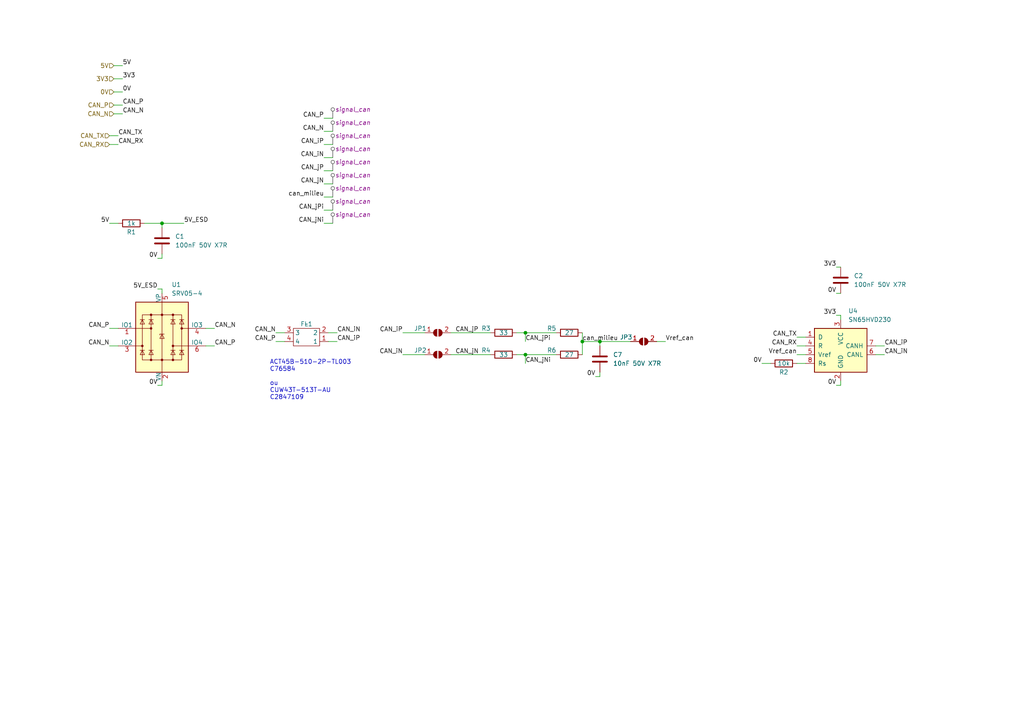
<source format=kicad_sch>
(kicad_sch (version 20231120) (generator "eeschema") (generator_version "8.0")
  (paper "A4")
  (title_block (title "Basine") (date "2024-12-14") (rev "0"))
  (lib_symbols
    (symbol "Chimere_comps:ACT45B-510-2P-TL003"
      (property "Reference" "FL" (at 0 0 0))
      (symbol "ACT45B-510-2P-TL003_0_1"
        (rectangle (start -3.81 2.54) (end 3.81 -2.54))
      )
      (symbol "ACT45B-510-2P-TL003_1_1"
        (pin passive line (at 6.35 -1.27 180) (length 2.54) (name "1") (number "1"))
        (pin passive line (at 6.35 1.27 180) (length 2.54) (name "2") (number "2"))
        (pin passive line (at -6.35 1.27 0) (length 2.54) (name "3") (number "3"))
        (pin passive line (at -6.35 -1.27 0) (length 2.54) (name "4") (number "4"))
      )
    )
    (symbol "Device:C" (pin_numbers hide) (pin_names (offset 0.254))
      (property "Reference" "C" (at 0.635 2.54 0))
      (property "Value" "C" (at 0.635 -2.54 0))
      (symbol "C_0_1"
        (polyline (pts (xy -2.032 -0.762) (xy 2.032 -0.762)) (stroke (width 0.508)))
        (polyline (pts (xy -2.032 0.762) (xy 2.032 0.762)) (stroke (width 0.508)))
      )
      (symbol "C_1_1"
        (pin passive line (at 0 3.81 270) (length 2.794) (name "~") (number "1"))
        (pin passive line (at 0 -3.81 90) (length 2.794) (name "~") (number "2"))
      )
    )
    (symbol "Device:R" (pin_numbers hide) (pin_names (offset 0))
      (property "Reference" "R" (at 2.032 0 90))
      (property "Value" "R" (at 0 0 90))
      (symbol "R_0_1"
        (rectangle (start -1.016 -2.54) (end 1.016 2.54) (stroke (width 0.254)))
      )
      (symbol "R_1_1"
        (pin passive line (at 0 3.81 270) (length 1.27) (name "~") (number "1"))
        (pin passive line (at 0 -3.81 90) (length 1.27) (name "~") (number "2"))
      )
    )
    (symbol "Interface_CAN_LIN:SN65HVD230" (pin_names (offset 1.016))
      (property "Reference" "U" (at -2.54 10.16 0))
      (property "Value" "SN65HVD230" (at -2.54 7.62 0))
      (symbol "SN65HVD230_0_1"
        (rectangle (start -7.62 5.08) (end 7.62 -7.62) (stroke (width 0.254)) (fill (type background)))
      )
      (symbol "SN65HVD230_1_1"
        (pin input line (at -10.16 2.54 0) (length 2.54) (name "D") (number "1"))
        (pin power_in line (at 0 -10.16 90) (length 2.54) (name "GND") (number "2"))
        (pin power_in line (at 0 7.62 270) (length 2.54) (name "VCC") (number "3"))
        (pin output line (at -10.16 0 0) (length 2.54) (name "R") (number "4"))
        (pin output line (at -10.16 -2.54 0) (length 2.54) (name "Vref") (number "5"))
        (pin bidirectional line (at 10.16 -2.54 180) (length 2.54) (name "CANL") (number "6"))
        (pin bidirectional line (at 10.16 0 180) (length 2.54) (name "CANH") (number "7"))
        (pin input line (at -10.16 -5.08 0) (length 2.54) (name "Rs") (number "8"))
      )
    )
    (symbol "Jumper:SolderJumper_2_Open" (pin_names (offset 0) hide)
      (property "Reference" "JP" (at 0 2.032 0))
      (property "Value" "SolderJumper_2_Open" (at 0 -2.54 0))
      (symbol "SolderJumper_2_Open_0_1"
        (arc (start -0.254 1.016) (mid -1.2656 0) (end -0.254 -1.016))
        (arc (start -0.254 1.016) (mid -1.2656 0) (end -0.254 -1.016) (fill (type outline)))
        (polyline (pts (xy -0.254 1.016) (xy -0.254 -1.016)))
        (polyline (pts (xy 0.254 1.016) (xy 0.254 -1.016)))
        (arc (start 0.254 -1.016) (mid 1.2656 0) (end 0.254 1.016))
        (arc (start 0.254 -1.016) (mid 1.2656 0) (end 0.254 1.016) (fill (type outline)))
      )
      (symbol "SolderJumper_2_Open_1_1"
        (pin passive line (at -3.81 0 0) (length 2.54) (name "A") (number "1"))
        (pin passive line (at 3.81 0 180) (length 2.54) (name "B") (number "2"))
      )
    )
    (symbol "Power_Protection:SRV05-4" (pin_names (offset 0))
      (property "Reference" "U" (at -5.08 11.43 0))
      (property "Value" "SRV05-4" (at 2.54 11.43 0))
      (symbol "SRV05-4_0_0"
        (rectangle (start -5.715 6.477) (end 5.715 -6.604))
        (polyline (pts (xy -3.175 -6.604) (xy -3.175 6.477)))
        (polyline (pts (xy 3.175 6.477) (xy 3.175 -6.604)))
      )
      (symbol "SRV05-4_0_1"
        (rectangle (start -7.62 10.16) (end 7.62 -10.16) (stroke (width 0.254)) (fill (type background)))
        (circle (center -5.715 -2.54) (radius 0.2794) (fill (type outline)))
        (circle (center -3.175 -6.604) (radius 0.2794) (fill (type outline)))
        (circle (center -3.175 2.54) (radius 0.2794) (fill (type outline)))
        (circle (center -3.175 6.477) (radius 0.2794) (fill (type outline)))
        (circle (center 0 -6.604) (radius 0.2794) (fill (type outline)))
        (polyline (pts (xy -7.747 2.54) (xy -3.175 2.54)))
        (polyline (pts (xy -7.62 -2.54) (xy -5.715 -2.54)))
        (polyline (pts (xy -5.08 -3.81) (xy -6.35 -3.81)))
        (polyline (pts (xy -5.08 5.08) (xy -6.35 5.08)))
        (polyline (pts (xy -2.54 -3.81) (xy -3.81 -3.81)))
        (polyline (pts (xy -2.54 5.08) (xy -3.81 5.08)))
        (polyline (pts (xy 0 10.16) (xy 0 -10.16)))
        (polyline (pts (xy 3.81 -3.81) (xy 2.54 -3.81)))
        (polyline (pts (xy 3.81 5.08) (xy 2.54 5.08)))
        (polyline (pts (xy 6.35 -3.81) (xy 5.08 -3.81)))
        (polyline (pts (xy 6.35 5.08) (xy 5.08 5.08)))
        (polyline (pts (xy 7.62 -2.54) (xy 3.175 -2.54)))
        (polyline (pts (xy 7.62 2.54) (xy 5.715 2.54)))
        (polyline (pts (xy 0.635 0.889) (xy -0.635 0.889) (xy -0.635 0.635)))
        (polyline (pts (xy -5.08 -5.08) (xy -6.35 -5.08) (xy -5.715 -3.81) (xy -5.08 -5.08)))
        (polyline (pts (xy -5.08 3.81) (xy -6.35 3.81) (xy -5.715 5.08) (xy -5.08 3.81)))
        (polyline (pts (xy -2.54 -5.08) (xy -3.81 -5.08) (xy -3.175 -3.81) (xy -2.54 -5.08)))
        (polyline (pts (xy -2.54 3.81) (xy -3.81 3.81) (xy -3.175 5.08) (xy -2.54 3.81)))
        (polyline (pts (xy 0.635 -0.381) (xy -0.635 -0.381) (xy 0 0.889) (xy 0.635 -0.381)))
        (polyline (pts (xy 3.81 -5.08) (xy 2.54 -5.08) (xy 3.175 -3.81) (xy 3.81 -5.08)))
        (polyline (pts (xy 3.81 3.81) (xy 2.54 3.81) (xy 3.175 5.08) (xy 3.81 3.81)))
        (polyline (pts (xy 6.35 -5.08) (xy 5.08 -5.08) (xy 5.715 -3.81) (xy 6.35 -5.08)))
        (polyline (pts (xy 6.35 3.81) (xy 5.08 3.81) (xy 5.715 5.08) (xy 6.35 3.81)))
        (circle (center 0 6.477) (radius 0.2794) (fill (type outline)))
        (circle (center 3.175 -6.604) (radius 0.2794) (fill (type outline)))
        (circle (center 3.175 -2.54) (radius 0.2794) (fill (type outline)))
        (circle (center 3.175 6.477) (radius 0.2794) (fill (type outline)))
        (circle (center 5.715 2.54) (radius 0.2794) (fill (type outline)))
      )
      (symbol "SRV05-4_1_1"
        (pin passive line (at -12.7 2.54 0) (length 5.08) (name "IO1") (number "1"))
        (pin passive line (at 0 -12.7 90) (length 2.54) (name "VN") (number "2"))
        (pin passive line (at -12.7 -2.54 0) (length 5.08) (name "IO2") (number "3"))
        (pin passive line (at 12.7 2.54 180) (length 5.08) (name "IO3") (number "4"))
        (pin passive line (at 0 12.7 270) (length 2.54) (name "VP") (number "5"))
        (pin passive line (at 12.7 -2.54 180) (length 5.08) (name "IO4") (number "6"))
      )
    )
  )
  (junction (at 168.91 99.06))
  (junction (at 152.4 96.52))
  (junction (at 46.99 64.77))
  (junction (at 173.99 99.06))
  (junction (at 152.4 102.87))
  (wire (pts (xy 82.55 99.06) (xy 80.01 99.06)))
  (wire (pts (xy 242.57 77.47) (xy 243.84 77.47)))
  (wire (pts (xy 93.98 53.34) (xy 96.52 53.34)))
  (wire (pts (xy 152.4 96.52) (xy 161.29 96.52)))
  (wire (pts (xy 231.14 102.87) (xy 233.68 102.87)))
  (wire (pts (xy 130.81 96.52) (xy 142.24 96.52)))
  (wire (pts (xy 243.84 91.44) (xy 243.84 92.71)))
  (wire (pts (xy 31.75 41.91) (xy 34.29 41.91)))
  (wire (pts (xy 254 102.87) (xy 256.54 102.87)))
  (wire (pts (xy 46.99 64.77) (xy 46.99 66.04)))
  (wire (pts (xy 231.14 105.41) (xy 233.68 105.41)))
  (wire (pts (xy 93.98 57.15) (xy 96.52 57.15)))
  (wire (pts (xy 116.84 96.52) (xy 123.19 96.52)))
  (wire (pts (xy 173.99 99.06) (xy 173.99 100.33)))
  (wire (pts (xy 152.4 96.52) (xy 152.4 99.06)))
  (wire (pts (xy 31.75 95.25) (xy 34.29 95.25)))
  (wire (pts (xy 152.4 102.87) (xy 161.29 102.87)))
  (wire (pts (xy 173.99 99.06) (xy 182.88 99.06)))
  (wire (pts (xy 93.98 45.72) (xy 96.52 45.72)))
  (wire (pts (xy 190.5 99.06) (xy 193.04 99.06)))
  (wire (pts (xy 254 100.33) (xy 256.54 100.33)))
  (wire (pts (xy 243.84 111.76) (xy 243.84 110.49)))
  (wire (pts (xy 231.14 100.33) (xy 233.68 100.33)))
  (wire (pts (xy 116.84 102.87) (xy 123.19 102.87)))
  (wire (pts (xy 130.81 102.87) (xy 142.24 102.87)))
  (wire (pts (xy 33.02 33.02) (xy 35.56 33.02)))
  (wire (pts (xy 93.98 34.29) (xy 96.52 34.29)))
  (wire (pts (xy 152.4 102.87) (xy 152.4 105.41)))
  (wire (pts (xy 46.99 110.49) (xy 46.99 111.76)))
  (wire (pts (xy 33.02 30.48) (xy 35.56 30.48)))
  (wire (pts (xy 93.98 64.77) (xy 96.52 64.77)))
  (wire (pts (xy 242.57 85.09) (xy 243.84 85.09)))
  (wire (pts (xy 45.72 111.76) (xy 46.99 111.76)))
  (wire (pts (xy 31.75 64.77) (xy 34.29 64.77)))
  (wire (pts (xy 149.86 102.87) (xy 152.4 102.87)))
  (wire (pts (xy 45.72 74.93) (xy 46.99 74.93)))
  (wire (pts (xy 93.98 49.53) (xy 96.52 49.53)))
  (wire (pts (xy 31.75 39.37) (xy 34.29 39.37)))
  (wire (pts (xy 31.75 100.33) (xy 34.29 100.33)))
  (wire (pts (xy 173.99 107.95) (xy 173.99 109.22)))
  (wire (pts (xy 97.79 99.06) (xy 95.25 99.06)))
  (wire (pts (xy 33.02 22.86) (xy 35.56 22.86)))
  (wire (pts (xy 172.72 109.22) (xy 173.99 109.22)))
  (wire (pts (xy 242.57 111.76) (xy 243.84 111.76)))
  (wire (pts (xy 149.86 96.52) (xy 152.4 96.52)))
  (wire (pts (xy 46.99 83.82) (xy 46.99 85.09)))
  (wire (pts (xy 168.91 99.06) (xy 173.99 99.06)))
  (wire (pts (xy 59.69 95.25) (xy 62.23 95.25)))
  (wire (pts (xy 242.57 91.44) (xy 243.84 91.44)))
  (wire (pts (xy 93.98 38.1) (xy 96.52 38.1)))
  (wire (pts (xy 33.02 19.05) (xy 35.56 19.05)))
  (wire (pts (xy 45.72 83.82) (xy 46.99 83.82)))
  (wire (pts (xy 46.99 73.66) (xy 46.99 74.93)))
  (wire (pts (xy 168.91 99.06) (xy 168.91 102.87)))
  (wire (pts (xy 93.98 41.91) (xy 96.52 41.91)))
  (wire (pts (xy 59.69 100.33) (xy 62.23 100.33)))
  (wire (pts (xy 93.98 60.96) (xy 96.52 60.96)))
  (wire (pts (xy 41.91 64.77) (xy 46.99 64.77)))
  (wire (pts (xy 82.55 96.52) (xy 80.01 96.52)))
  (wire (pts (xy 33.02 26.67) (xy 35.56 26.67)))
  (wire (pts (xy 168.91 96.52) (xy 168.91 99.06)))
  (wire (pts (xy 46.99 64.77) (xy 53.34 64.77)))
  (wire (pts (xy 220.98 105.41) (xy 223.52 105.41)))
  (wire (pts (xy 231.14 97.79) (xy 233.68 97.79)))
  (wire (pts (xy 97.79 96.52) (xy 95.25 96.52)))
  (text "ACT45B-510-2P-TL003\nC76584\n\nou\nCUW43T-513T-AU\nC2847109\n" (at 78.232 116.078 0) (effects (font (size 1.27 1.27)) (justify left bottom)))
  (label "3V3" (at 242.57 91.44 180))
  (label "3V3" (at 35.56 22.86 0))
  (label "CAN_N" (at 80.01 96.52 180))
  (label "CAN_RX" (at 231.14 100.33 180))
  (label "CAN_iP" (at 256.54 100.33 0))
  (label "0V" (at 242.57 85.09 180))
  (label "0V" (at 242.57 111.76 180))
  (label "CAN_TX" (at 231.14 97.79 180))
  (label "5V" (at 31.75 64.77 180))
  (label "3V3" (at 242.57 77.47 180))
  (label "CAN_jNi" (at 93.98 64.77 180))
  (label "CAN_P" (at 35.56 30.48 0))
  (label "CAN_P" (at 31.75 95.25 180))
  (label "CAN_RX" (at 34.29 41.91 0))
  (label "CAN_jPi" (at 152.4 99.06 0))
  (label "5V" (at 35.56 19.05 0))
  (label "CAN_P" (at 62.23 100.33 0))
  (label "5V_ESD" (at 53.34 64.77 0))
  (label "CAN_jP" (at 132.08 96.52 0))
  (label "CAN_iN" (at 256.54 102.87 0))
  (label "can_milieu" (at 93.98 57.15 180))
  (label "0V" (at 35.56 26.67 0))
  (label "CAN_N" (at 35.56 33.02 0))
  (label "CAN_TX" (at 34.29 39.37 0))
  (label "CAN_iN" (at 116.84 102.87 180))
  (label "Vref_can" (at 231.14 102.87 180))
  (label "CAN_jN" (at 93.98 53.34 180))
  (label "CAN_jNi" (at 152.4 105.41 0))
  (label "0V" (at 45.72 74.93 180))
  (label "CAN_iN" (at 97.79 96.52 0))
  (label "CAN_iP" (at 97.79 99.06 0))
  (label "can_milieu" (at 168.91 99.06 0))
  (label "0V" (at 45.72 111.76 180))
  (label "5V_ESD" (at 45.72 83.82 180))
  (label "CAN_jPi" (at 93.98 60.96 180))
  (label "0V" (at 172.72 109.22 180))
  (label "CAN_P" (at 93.98 34.29 180))
  (label "CAN_iP" (at 93.98 41.91 180))
  (label "Vref_can" (at 193.04 99.06 0))
  (label "CAN_iN" (at 93.98 45.72 180))
  (label "CAN_N" (at 93.98 38.1 180))
  (label "CAN_N" (at 62.23 95.25 0))
  (label "CAN_N" (at 31.75 100.33 180))
  (label "0V" (at 220.98 105.41 180))
  (label "CAN_iP" (at 116.84 96.52 180))
  (label "CAN_jN" (at 132.08 102.87 0))
  (label "CAN_P" (at 80.01 99.06 180))
  (label "CAN_jP" (at 93.98 49.53 180))
  (hierarchical_label "CAN_N" (shape input) (at 33.02 33.02 180))
  (hierarchical_label "CAN_RX" (shape input) (at 31.75 41.91 180))
  (hierarchical_label "CAN_TX" (shape input) (at 31.75 39.37 180))
  (hierarchical_label "0V" (shape input) (at 33.02 26.67 180))
  (hierarchical_label "5V" (shape input) (at 33.02 19.05 180))
  (hierarchical_label "3V3" (shape input) (at 33.02 22.86 180))
  (hierarchical_label "CAN_P" (shape input) (at 33.02 30.48 180))
  (netclass_flag "" (length 2.54) (shape round) (at 96.52 38.1 0) (property "Netclass" "signal_can" (at 97.2185 35.56 0) (effects (font (italic yes)) (justify left))))
  (netclass_flag "" (length 2.54) (shape round) (at 96.52 64.77 0) (property "Netclass" "signal_can" (at 97.2185 62.23 0) (effects (font (italic yes)) (justify left))))
  (netclass_flag "" (length 2.54) (shape round) (at 96.52 34.29 0) (property "Netclass" "signal_can" (at 97.2185 31.75 0) (effects (font (italic yes)) (justify left))))
  (netclass_flag "" (length 2.54) (shape round) (at 96.52 41.91 0) (property "Netclass" "signal_can" (at 97.2185 39.37 0) (effects (font (italic yes)) (justify left))))
  (netclass_flag "" (length 2.54) (shape round) (at 96.52 57.15 0) (property "Netclass" "signal_can" (at 97.2185 54.61 0) (effects (font (italic yes)) (justify left))))
  (netclass_flag "" (length 2.54) (shape round) (at 96.52 45.72 0) (property "Netclass" "signal_can" (at 97.2185 43.18 0) (effects (font (italic yes)) (justify left))))
  (netclass_flag "" (length 2.54) (shape round) (at 96.52 53.34 0) (property "Netclass" "signal_can" (at 97.2185 50.8 0) (effects (font (italic yes)) (justify left))))
  (netclass_flag "" (length 2.54) (shape round) (at 96.52 49.53 0) (property "Netclass" "signal_can" (at 97.2185 46.99 0) (effects (font (italic yes)) (justify left))))
  (netclass_flag "" (length 2.54) (shape round) (at 96.52 60.96 0) (property "Netclass" "signal_can" (at 97.2185 58.42 0) (effects (font (italic yes)) (justify left))))
  (symbol (lib_id "Device:R") (at 146.05 96.52 90) (unit 1)
    (property "Reference" "R3" (at 140.97 95.25 90))
    (property "Value" "33" (at 146.05 96.52 90))
    (property "Footprint" "Resistor_SMD:R_0603_1608Metric" (effects (hide yes)))
    (property "LCSC" "C23140" (effects (hide yes)))
  )
  (symbol (lib_id "Device:C") (at 46.99 69.85 0) (unit 1)
    (property "Reference" "C1" (at 50.8 68.5799 0) (effects (justify left)))
    (property "Value" "100nF 50V X7R" (at 50.8 71.1199 0) (effects (justify left)))
    (property "Footprint" "Capacitor_SMD:C_0603_1608Metric" (effects (hide yes)))
    (property "LCSC" "C14663" (effects (hide yes)))
  )
  (symbol (lib_id "Chimere_comps:ACT45B-510-2P-TL003") (at 88.9 97.79 0) (unit 1)
    (property "Reference" "FL1" (at 88.9 93.98 0))
    (property "Value" "~" (at 88.9 93.98 0))
    (property "Footprint" "Chimere_comps:ACT45B1012PTL003" (effects (hide yes)))
    (property "LCSC" "C76584" (effects (hide yes)))
  )
  (symbol (lib_id "Power_Protection:SRV05-4") (at 46.99 97.79 0) (unit 1)
    (property "Reference" "U1" (at 49.7587 82.55 0) (effects (justify left)))
    (property "Value" "SRV05-4" (at 49.7587 85.09 0) (effects (justify left)))
    (property "Footprint" "Package_TO_SOT_SMD:SOT-23-6" (effects (hide yes)))
    (property "Datasheet" "http://www.onsemi.com/pub/Collateral/SRV05-4-D.PDF" (effects (hide yes)))
    (property "LCSC" "C85364" (effects (hide yes)))
  )
  (symbol (lib_id "Jumper:SolderJumper_2_Open") (at 186.69 99.06 0) (unit 1) (in_bom no)
    (property "Reference" "JP3" (at 181.61 97.79 0))
    (property "Value" "SolderJumper_2_Open" (effects (hide yes)))
    (property "Footprint" "Jumper:SolderJumper-2_P1.3mm_Open_TrianglePad1.0x1.5mm" (effects (hide yes)))
  )
  (symbol (lib_id "Device:R") (at 146.05 102.87 90) (unit 1)
    (property "Reference" "R4" (at 140.97 101.6 90))
    (property "Value" "33" (at 146.05 102.87 90))
    (property "Footprint" "Resistor_SMD:R_0603_1608Metric" (effects (hide yes)))
    (property "LCSC" "C23140" (effects (hide yes)))
  )
  (symbol (lib_id "Device:R") (at 38.1 64.77 270) (mirror x) (unit 1)
    (property "Reference" "R1" (at 38.1 67.31 90))
    (property "Value" "1k" (at 38.1 64.77 90))
    (property "Footprint" "Resistor_SMD:R_0603_1608Metric" (effects (hide yes)))
    (property "LCSC" "C21190" (effects (hide yes)))
  )
  (symbol (lib_id "Device:C") (at 243.84 81.28 0) (unit 1)
    (property "Reference" "C2" (at 247.65 80.0099 0) (effects (justify left)))
    (property "Value" "100nF 50V X7R" (at 247.65 82.5499 0) (effects (justify left)))
    (property "Footprint" "Capacitor_SMD:C_0603_1608Metric" (effects (hide yes)))
    (property "LCSC" "C14663" (effects (hide yes)))
  )
  (symbol (lib_id "Device:R") (at 165.1 102.87 90) (unit 1)
    (property "Reference" "R6" (at 160.02 101.6 90))
    (property "Value" "27" (at 165.1 102.87 90))
    (property "Footprint" "Resistor_SMD:R_0603_1608Metric" (effects (hide yes)))
    (property "LCSC" "C25190 " (effects (hide yes)))
  )
  (symbol (lib_id "Device:R") (at 165.1 96.52 90) (unit 1)
    (property "Reference" "R5" (at 160.02 95.25 90))
    (property "Value" "27" (at 165.1 96.52 90))
    (property "Footprint" "Resistor_SMD:R_0603_1608Metric" (effects (hide yes)))
    (property "LCSC" "C25190 " (effects (hide yes)))
  )
  (symbol (lib_id "Device:R") (at 227.33 105.41 90) (unit 1)
    (property "Reference" "R2" (at 227.33 107.95 90))
    (property "Value" "10k" (at 227.33 105.41 90))
    (property "Footprint" "Resistor_SMD:R_0603_1608Metric" (effects (hide yes)))
    (property "LCSC" "C25804" (effects (hide yes)))
  )
  (symbol (lib_id "Jumper:SolderJumper_2_Open") (at 127 102.87 0) (unit 1) (in_bom no)
    (property "Reference" "JP2" (at 121.92 101.6 0))
    (property "Value" "SolderJumper_2_Open" (effects (hide yes)))
    (property "Footprint" "Jumper:SolderJumper-2_P1.3mm_Open_TrianglePad1.0x1.5mm" (effects (hide yes)))
  )
  (symbol (lib_id "Jumper:SolderJumper_2_Open") (at 127 96.52 0) (unit 1) (in_bom no)
    (property "Reference" "JP1" (at 121.92 95.25 0))
    (property "Value" "SolderJumper_2_Open" (effects (hide yes)))
    (property "Footprint" "Jumper:SolderJumper-2_P1.3mm_Open_TrianglePad1.0x1.5mm" (effects (hide yes)))
  )
  (symbol (lib_id "Device:C") (at 173.99 104.14 0) (unit 1)
    (property "Reference" "C7" (at 177.8 102.8699 0) (effects (justify left)))
    (property "Value" "10nF 50V X7R" (at 177.8 105.4099 0) (effects (justify left)))
    (property "Footprint" "Capacitor_SMD:C_0603_1608Metric" (effects (hide yes)))
    (property "LCSC" "C57112" (effects (hide yes)))
  )
  (symbol (lib_id "Interface_CAN_LIN:SN65HVD230") (at 243.84 100.33 0) (unit 1)
    (property "Reference" "U4" (at 246.0341 90.17 0) (effects (justify left)))
    (property "Value" "SN65HVD230" (at 246.0341 92.71 0) (effects (justify left)))
    (property "Footprint" "Package_SO:SOIC-8_3.9x4.9mm_P1.27mm" (effects (hide yes)))
    (property "Datasheet" "http://www.ti.com/lit/ds/symlink/sn65hvd230.pdf" (effects (hide yes)))
    (property "LCSC" "C12084" (effects (hide yes)))
  )
)
</source>
